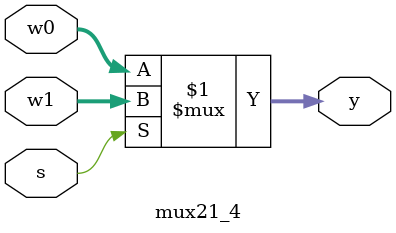
<source format=v>
module mux21_4(w0, w1, s,y);
    input wire[3:0] w0, w1;
    input wire s;
    output wire[3:0] y;

    assign y = s? w1:w0;
endmodule


</source>
